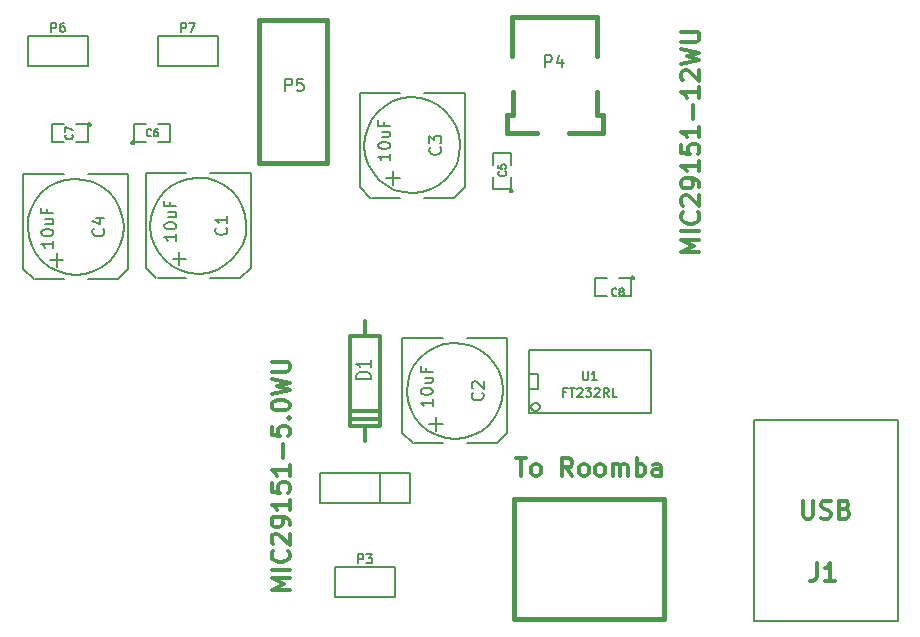
<source format=gto>
G04 (created by PCBNEW-RS274X (2011-nov-30)-testing) date Sat 05 May 2012 08:26:57 PM EDT*
G01*
G70*
G90*
%MOIN*%
G04 Gerber Fmt 3.4, Leading zero omitted, Abs format*
%FSLAX34Y34*%
G04 APERTURE LIST*
%ADD10C,0.006000*%
%ADD11C,0.015000*%
%ADD12C,0.005000*%
%ADD13C,0.012000*%
%ADD14C,0.008000*%
%ADD15C,0.006200*%
G04 APERTURE END LIST*
G54D10*
G54D11*
X08661Y15158D02*
X10944Y15158D01*
X08661Y15197D02*
X08661Y19921D01*
X08661Y19921D02*
X10944Y19921D01*
X10944Y19921D02*
X10944Y15158D01*
X08661Y18937D02*
X08661Y15984D01*
X10944Y15158D02*
X10944Y19843D01*
X10945Y15945D02*
X10945Y19370D01*
G54D12*
X25159Y-00113D02*
X29959Y-00113D01*
X29959Y-00113D02*
X29959Y06587D01*
X29959Y06587D02*
X25159Y06587D01*
X25159Y06587D02*
X25159Y-00113D01*
X18027Y07024D02*
X18024Y06997D01*
X18016Y06971D01*
X18003Y06946D01*
X17986Y06925D01*
X17964Y06908D01*
X17940Y06895D01*
X17914Y06886D01*
X17886Y06884D01*
X17860Y06886D01*
X17834Y06894D01*
X17809Y06907D01*
X17788Y06924D01*
X17770Y06945D01*
X17757Y06969D01*
X17749Y06995D01*
X17746Y07023D01*
X17748Y07049D01*
X17755Y07075D01*
X17768Y07100D01*
X17785Y07121D01*
X17806Y07139D01*
X17830Y07153D01*
X17856Y07161D01*
X17884Y07164D01*
X17910Y07162D01*
X17936Y07155D01*
X17961Y07143D01*
X17983Y07126D01*
X18001Y07105D01*
X18014Y07081D01*
X18023Y07055D01*
X18026Y07027D01*
X18027Y07024D01*
X17686Y08124D02*
X17986Y08124D01*
X17986Y08124D02*
X17986Y07624D01*
X17986Y07624D02*
X17686Y07624D01*
X21736Y06824D02*
X17686Y06824D01*
X17686Y08924D02*
X21736Y08924D01*
X17686Y08924D02*
X17686Y06824D01*
X21736Y08924D02*
X21736Y06824D01*
X17122Y14231D02*
X17121Y14222D01*
X17118Y14212D01*
X17113Y14204D01*
X17107Y14196D01*
X17099Y14190D01*
X17091Y14185D01*
X17082Y14183D01*
X17072Y14182D01*
X17063Y14182D01*
X17054Y14185D01*
X17045Y14190D01*
X17038Y14196D01*
X17031Y14203D01*
X17027Y14212D01*
X17024Y14221D01*
X17023Y14231D01*
X17023Y14240D01*
X17026Y14249D01*
X17030Y14258D01*
X17037Y14265D01*
X17044Y14272D01*
X17052Y14276D01*
X17062Y14279D01*
X17071Y14280D01*
X17080Y14280D01*
X17090Y14277D01*
X17098Y14273D01*
X17106Y14267D01*
X17112Y14259D01*
X17117Y14251D01*
X17120Y14242D01*
X17121Y14232D01*
X17122Y14231D01*
X17072Y14681D02*
X17072Y14281D01*
X17072Y14281D02*
X16472Y14281D01*
X16472Y14281D02*
X16472Y14681D01*
X16472Y15081D02*
X16472Y15481D01*
X16472Y15481D02*
X17072Y15481D01*
X17072Y15481D02*
X17072Y15081D01*
X04518Y15842D02*
X04517Y15833D01*
X04514Y15823D01*
X04509Y15815D01*
X04503Y15807D01*
X04495Y15801D01*
X04487Y15796D01*
X04478Y15794D01*
X04468Y15793D01*
X04459Y15793D01*
X04450Y15796D01*
X04441Y15801D01*
X04434Y15807D01*
X04427Y15814D01*
X04423Y15823D01*
X04420Y15832D01*
X04419Y15842D01*
X04419Y15851D01*
X04422Y15860D01*
X04426Y15869D01*
X04433Y15876D01*
X04440Y15883D01*
X04448Y15887D01*
X04458Y15890D01*
X04467Y15891D01*
X04476Y15891D01*
X04486Y15888D01*
X04494Y15884D01*
X04502Y15878D01*
X04508Y15870D01*
X04513Y15862D01*
X04516Y15853D01*
X04517Y15843D01*
X04518Y15842D01*
X04918Y15842D02*
X04518Y15842D01*
X04518Y15842D02*
X04518Y16442D01*
X04518Y16442D02*
X04918Y16442D01*
X05318Y16442D02*
X05718Y16442D01*
X05718Y16442D02*
X05718Y15842D01*
X05718Y15842D02*
X05318Y15842D01*
X03062Y16442D02*
X03061Y16433D01*
X03058Y16423D01*
X03053Y16415D01*
X03047Y16407D01*
X03039Y16401D01*
X03031Y16396D01*
X03022Y16394D01*
X03012Y16393D01*
X03003Y16393D01*
X02994Y16396D01*
X02985Y16401D01*
X02978Y16407D01*
X02971Y16414D01*
X02967Y16423D01*
X02964Y16432D01*
X02963Y16442D01*
X02963Y16451D01*
X02966Y16460D01*
X02970Y16469D01*
X02977Y16476D01*
X02984Y16483D01*
X02992Y16487D01*
X03002Y16490D01*
X03011Y16491D01*
X03020Y16491D01*
X03030Y16488D01*
X03038Y16484D01*
X03046Y16478D01*
X03052Y16470D01*
X03057Y16462D01*
X03060Y16453D01*
X03061Y16443D01*
X03062Y16442D01*
X02562Y16442D02*
X02962Y16442D01*
X02962Y16442D02*
X02962Y15842D01*
X02962Y15842D02*
X02562Y15842D01*
X02162Y15842D02*
X01762Y15842D01*
X01762Y15842D02*
X01762Y16442D01*
X01762Y16442D02*
X02162Y16442D01*
X21172Y11324D02*
X21171Y11315D01*
X21168Y11305D01*
X21163Y11297D01*
X21157Y11289D01*
X21149Y11283D01*
X21141Y11278D01*
X21132Y11276D01*
X21122Y11275D01*
X21113Y11275D01*
X21104Y11278D01*
X21095Y11283D01*
X21088Y11289D01*
X21081Y11296D01*
X21077Y11305D01*
X21074Y11314D01*
X21073Y11324D01*
X21073Y11333D01*
X21076Y11342D01*
X21080Y11351D01*
X21087Y11358D01*
X21094Y11365D01*
X21102Y11369D01*
X21112Y11372D01*
X21121Y11373D01*
X21130Y11373D01*
X21140Y11370D01*
X21148Y11366D01*
X21156Y11360D01*
X21162Y11352D01*
X21167Y11344D01*
X21170Y11335D01*
X21171Y11325D01*
X21172Y11324D01*
X20672Y11324D02*
X21072Y11324D01*
X21072Y11324D02*
X21072Y10724D01*
X21072Y10724D02*
X20672Y10724D01*
X20272Y10724D02*
X19872Y10724D01*
X19872Y10724D02*
X19872Y11324D01*
X19872Y11324D02*
X20272Y11324D01*
G54D10*
X13705Y04830D02*
X13705Y03830D01*
X13705Y03830D02*
X10705Y03830D01*
X10705Y03830D02*
X10705Y04830D01*
X10705Y04830D02*
X13705Y04830D01*
X12705Y03830D02*
X12705Y04830D01*
X05299Y18398D02*
X05299Y19398D01*
X05299Y19398D02*
X07299Y19398D01*
X07299Y19398D02*
X07299Y18398D01*
X07299Y18398D02*
X05299Y18398D01*
X00968Y18398D02*
X00968Y19398D01*
X00968Y19398D02*
X02968Y19398D01*
X02968Y19398D02*
X02968Y18398D01*
X02968Y18398D02*
X00968Y18398D01*
X11205Y00681D02*
X11205Y01681D01*
X11205Y01681D02*
X13205Y01681D01*
X13205Y01681D02*
X13205Y00681D01*
X13205Y00681D02*
X11205Y00681D01*
G54D11*
X17185Y01468D02*
X17185Y03968D01*
X17185Y03968D02*
X22185Y03968D01*
X22185Y03968D02*
X22185Y-00032D01*
X22185Y-00032D02*
X17185Y-00032D01*
X17185Y-00032D02*
X17185Y01468D01*
G54D13*
X12705Y09374D02*
X12705Y06374D01*
X12705Y06374D02*
X11705Y06374D01*
X11705Y06374D02*
X11705Y09374D01*
X11705Y09374D02*
X12705Y09374D01*
X12705Y06624D02*
X11705Y06624D01*
X11705Y06874D02*
X12705Y06874D01*
X12205Y09374D02*
X12205Y09874D01*
X12205Y06374D02*
X12205Y05874D01*
G54D11*
X19004Y16160D02*
X20154Y16160D01*
X20154Y16160D02*
X20154Y16760D01*
X20154Y16760D02*
X19954Y16760D01*
X19954Y16760D02*
X19954Y17510D01*
X17154Y16760D02*
X17154Y17510D01*
X17154Y16760D02*
X16954Y16760D01*
X16954Y16760D02*
X16954Y16160D01*
X16954Y16160D02*
X17954Y16160D01*
X17104Y18710D02*
X17104Y20010D01*
X17104Y20010D02*
X19954Y20010D01*
X19954Y20010D02*
X19954Y18710D01*
G54D14*
X12429Y13998D02*
X13379Y13998D01*
X15179Y13998D02*
X14179Y13998D01*
X15529Y17498D02*
X14179Y17498D01*
X12029Y17498D02*
X13379Y17498D01*
X12029Y15748D02*
X12029Y17498D01*
X15529Y17498D02*
X15529Y14348D01*
X15529Y14348D02*
X15179Y13998D01*
X12379Y13998D02*
X12029Y14348D01*
X12029Y14348D02*
X12029Y15748D01*
X15379Y15748D02*
X15348Y15438D01*
X15258Y15139D01*
X15111Y14863D01*
X14914Y14621D01*
X14673Y14422D01*
X14399Y14274D01*
X14100Y14181D01*
X13790Y14149D01*
X13480Y14177D01*
X13180Y14265D01*
X12903Y14410D01*
X12660Y14605D01*
X12459Y14845D01*
X12309Y15118D01*
X12214Y15416D01*
X12180Y15726D01*
X12206Y16036D01*
X12292Y16336D01*
X12435Y16614D01*
X12629Y16859D01*
X12866Y17061D01*
X13139Y17214D01*
X13436Y17310D01*
X13746Y17347D01*
X14056Y17323D01*
X14357Y17239D01*
X14636Y17098D01*
X14882Y16906D01*
X15086Y16670D01*
X15240Y16398D01*
X15339Y16102D01*
X15378Y15792D01*
X15379Y15748D01*
X13847Y05809D02*
X14797Y05809D01*
X16597Y05809D02*
X15597Y05809D01*
X16947Y09309D02*
X15597Y09309D01*
X13447Y09309D02*
X14797Y09309D01*
X13447Y07559D02*
X13447Y09309D01*
X16947Y09309D02*
X16947Y06159D01*
X16947Y06159D02*
X16597Y05809D01*
X13797Y05809D02*
X13447Y06159D01*
X13447Y06159D02*
X13447Y07559D01*
X16797Y07559D02*
X16766Y07249D01*
X16676Y06950D01*
X16529Y06674D01*
X16332Y06432D01*
X16091Y06233D01*
X15817Y06085D01*
X15518Y05992D01*
X15208Y05960D01*
X14898Y05988D01*
X14598Y06076D01*
X14321Y06221D01*
X14078Y06416D01*
X13877Y06656D01*
X13727Y06929D01*
X13632Y07227D01*
X13598Y07537D01*
X13624Y07847D01*
X13710Y08147D01*
X13853Y08425D01*
X14047Y08670D01*
X14284Y08872D01*
X14557Y09025D01*
X14854Y09121D01*
X15164Y09158D01*
X15474Y09134D01*
X15775Y09050D01*
X16054Y08909D01*
X16300Y08717D01*
X16504Y08481D01*
X16658Y08209D01*
X16757Y07913D01*
X16796Y07603D01*
X16797Y07559D01*
X05303Y11321D02*
X06253Y11321D01*
X08053Y11321D02*
X07053Y11321D01*
X08403Y14821D02*
X07053Y14821D01*
X04903Y14821D02*
X06253Y14821D01*
X04903Y13071D02*
X04903Y14821D01*
X08403Y14821D02*
X08403Y11671D01*
X08403Y11671D02*
X08053Y11321D01*
X05253Y11321D02*
X04903Y11671D01*
X04903Y11671D02*
X04903Y13071D01*
X08253Y13071D02*
X08222Y12761D01*
X08132Y12462D01*
X07985Y12186D01*
X07788Y11944D01*
X07547Y11745D01*
X07273Y11597D01*
X06974Y11504D01*
X06664Y11472D01*
X06354Y11500D01*
X06054Y11588D01*
X05777Y11733D01*
X05534Y11928D01*
X05333Y12168D01*
X05183Y12441D01*
X05088Y12739D01*
X05054Y13049D01*
X05080Y13359D01*
X05166Y13659D01*
X05309Y13937D01*
X05503Y14182D01*
X05740Y14384D01*
X06013Y14537D01*
X06310Y14633D01*
X06620Y14670D01*
X06930Y14646D01*
X07231Y14562D01*
X07510Y14421D01*
X07756Y14229D01*
X07960Y13993D01*
X08114Y13721D01*
X08213Y13425D01*
X08252Y13115D01*
X08253Y13071D01*
X01209Y11281D02*
X02159Y11281D01*
X03959Y11281D02*
X02959Y11281D01*
X04309Y14781D02*
X02959Y14781D01*
X00809Y14781D02*
X02159Y14781D01*
X00809Y13031D02*
X00809Y14781D01*
X04309Y14781D02*
X04309Y11631D01*
X04309Y11631D02*
X03959Y11281D01*
X01159Y11281D02*
X00809Y11631D01*
X00809Y11631D02*
X00809Y13031D01*
X04159Y13031D02*
X04128Y12721D01*
X04038Y12422D01*
X03891Y12146D01*
X03694Y11904D01*
X03453Y11705D01*
X03179Y11557D01*
X02880Y11464D01*
X02570Y11432D01*
X02260Y11460D01*
X01960Y11548D01*
X01683Y11693D01*
X01440Y11888D01*
X01239Y12128D01*
X01089Y12401D01*
X00994Y12699D01*
X00960Y13009D01*
X00986Y13319D01*
X01072Y13619D01*
X01215Y13897D01*
X01409Y14142D01*
X01646Y14344D01*
X01919Y14497D01*
X02216Y14593D01*
X02526Y14630D01*
X02836Y14606D01*
X03137Y14522D01*
X03416Y14381D01*
X03662Y14189D01*
X03866Y13953D01*
X04020Y13681D01*
X04119Y13385D01*
X04158Y13075D01*
X04159Y13031D01*
G54D12*
X09547Y17561D02*
X09547Y17961D01*
X09700Y17961D01*
X09738Y17942D01*
X09757Y17923D01*
X09776Y17885D01*
X09776Y17828D01*
X09757Y17790D01*
X09738Y17771D01*
X09700Y17752D01*
X09547Y17752D01*
X10138Y17961D02*
X09947Y17961D01*
X09928Y17771D01*
X09947Y17790D01*
X09985Y17809D01*
X10081Y17809D01*
X10119Y17790D01*
X10138Y17771D01*
X10157Y17733D01*
X10157Y17637D01*
X10138Y17599D01*
X10119Y17580D01*
X10081Y17561D01*
X09985Y17561D01*
X09947Y17580D01*
X09928Y17599D01*
G54D13*
X23353Y12196D02*
X22753Y12196D01*
X23181Y12396D01*
X22753Y12596D01*
X23353Y12596D01*
X23353Y12882D02*
X22753Y12882D01*
X23296Y13511D02*
X23324Y13482D01*
X23353Y13396D01*
X23353Y13339D01*
X23324Y13254D01*
X23267Y13196D01*
X23210Y13168D01*
X23096Y13139D01*
X23010Y13139D01*
X22896Y13168D01*
X22839Y13196D01*
X22781Y13254D01*
X22753Y13339D01*
X22753Y13396D01*
X22781Y13482D01*
X22810Y13511D01*
X22810Y13739D02*
X22781Y13768D01*
X22753Y13825D01*
X22753Y13968D01*
X22781Y14025D01*
X22810Y14054D01*
X22867Y14082D01*
X22924Y14082D01*
X23010Y14054D01*
X23353Y13711D01*
X23353Y14082D01*
X23353Y14367D02*
X23353Y14482D01*
X23324Y14539D01*
X23296Y14567D01*
X23210Y14625D01*
X23096Y14653D01*
X22867Y14653D01*
X22810Y14625D01*
X22781Y14596D01*
X22753Y14539D01*
X22753Y14425D01*
X22781Y14367D01*
X22810Y14339D01*
X22867Y14310D01*
X23010Y14310D01*
X23067Y14339D01*
X23096Y14367D01*
X23124Y14425D01*
X23124Y14539D01*
X23096Y14596D01*
X23067Y14625D01*
X23010Y14653D01*
X23353Y15224D02*
X23353Y14881D01*
X23353Y15053D02*
X22753Y15053D01*
X22839Y14996D01*
X22896Y14938D01*
X22924Y14881D01*
X22753Y15767D02*
X22753Y15481D01*
X23039Y15452D01*
X23010Y15481D01*
X22981Y15538D01*
X22981Y15681D01*
X23010Y15738D01*
X23039Y15767D01*
X23096Y15795D01*
X23239Y15795D01*
X23296Y15767D01*
X23324Y15738D01*
X23353Y15681D01*
X23353Y15538D01*
X23324Y15481D01*
X23296Y15452D01*
X23353Y16366D02*
X23353Y16023D01*
X23353Y16195D02*
X22753Y16195D01*
X22839Y16138D01*
X22896Y16080D01*
X22924Y16023D01*
X23124Y16623D02*
X23124Y17080D01*
X23353Y17680D02*
X23353Y17337D01*
X23353Y17509D02*
X22753Y17509D01*
X22839Y17452D01*
X22896Y17394D01*
X22924Y17337D01*
X22810Y17908D02*
X22781Y17937D01*
X22753Y17994D01*
X22753Y18137D01*
X22781Y18194D01*
X22810Y18223D01*
X22867Y18251D01*
X22924Y18251D01*
X23010Y18223D01*
X23353Y17880D01*
X23353Y18251D01*
X22753Y18451D02*
X23353Y18594D01*
X22924Y18708D01*
X23353Y18822D01*
X22753Y18965D01*
X22753Y19194D02*
X23239Y19194D01*
X23296Y19222D01*
X23324Y19251D01*
X23353Y19308D01*
X23353Y19422D01*
X23324Y19480D01*
X23296Y19508D01*
X23239Y19537D01*
X22753Y19537D01*
X09692Y00911D02*
X09092Y00911D01*
X09520Y01111D01*
X09092Y01311D01*
X09692Y01311D01*
X09692Y01597D02*
X09092Y01597D01*
X09635Y02226D02*
X09663Y02197D01*
X09692Y02111D01*
X09692Y02054D01*
X09663Y01969D01*
X09606Y01911D01*
X09549Y01883D01*
X09435Y01854D01*
X09349Y01854D01*
X09235Y01883D01*
X09178Y01911D01*
X09120Y01969D01*
X09092Y02054D01*
X09092Y02111D01*
X09120Y02197D01*
X09149Y02226D01*
X09149Y02454D02*
X09120Y02483D01*
X09092Y02540D01*
X09092Y02683D01*
X09120Y02740D01*
X09149Y02769D01*
X09206Y02797D01*
X09263Y02797D01*
X09349Y02769D01*
X09692Y02426D01*
X09692Y02797D01*
X09692Y03082D02*
X09692Y03197D01*
X09663Y03254D01*
X09635Y03282D01*
X09549Y03340D01*
X09435Y03368D01*
X09206Y03368D01*
X09149Y03340D01*
X09120Y03311D01*
X09092Y03254D01*
X09092Y03140D01*
X09120Y03082D01*
X09149Y03054D01*
X09206Y03025D01*
X09349Y03025D01*
X09406Y03054D01*
X09435Y03082D01*
X09463Y03140D01*
X09463Y03254D01*
X09435Y03311D01*
X09406Y03340D01*
X09349Y03368D01*
X09692Y03939D02*
X09692Y03596D01*
X09692Y03768D02*
X09092Y03768D01*
X09178Y03711D01*
X09235Y03653D01*
X09263Y03596D01*
X09092Y04482D02*
X09092Y04196D01*
X09378Y04167D01*
X09349Y04196D01*
X09320Y04253D01*
X09320Y04396D01*
X09349Y04453D01*
X09378Y04482D01*
X09435Y04510D01*
X09578Y04510D01*
X09635Y04482D01*
X09663Y04453D01*
X09692Y04396D01*
X09692Y04253D01*
X09663Y04196D01*
X09635Y04167D01*
X09692Y05081D02*
X09692Y04738D01*
X09692Y04910D02*
X09092Y04910D01*
X09178Y04853D01*
X09235Y04795D01*
X09263Y04738D01*
X09463Y05338D02*
X09463Y05795D01*
X09092Y06367D02*
X09092Y06081D01*
X09378Y06052D01*
X09349Y06081D01*
X09320Y06138D01*
X09320Y06281D01*
X09349Y06338D01*
X09378Y06367D01*
X09435Y06395D01*
X09578Y06395D01*
X09635Y06367D01*
X09663Y06338D01*
X09692Y06281D01*
X09692Y06138D01*
X09663Y06081D01*
X09635Y06052D01*
X09635Y06652D02*
X09663Y06680D01*
X09692Y06652D01*
X09663Y06623D01*
X09635Y06652D01*
X09692Y06652D01*
X09092Y07052D02*
X09092Y07109D01*
X09120Y07166D01*
X09149Y07195D01*
X09206Y07224D01*
X09320Y07252D01*
X09463Y07252D01*
X09578Y07224D01*
X09635Y07195D01*
X09663Y07166D01*
X09692Y07109D01*
X09692Y07052D01*
X09663Y06995D01*
X09635Y06966D01*
X09578Y06938D01*
X09463Y06909D01*
X09320Y06909D01*
X09206Y06938D01*
X09149Y06966D01*
X09120Y06995D01*
X09092Y07052D01*
X09092Y07452D02*
X09692Y07595D01*
X09263Y07709D01*
X09692Y07823D01*
X09092Y07966D01*
X09092Y08195D02*
X09578Y08195D01*
X09635Y08223D01*
X09663Y08252D01*
X09692Y08309D01*
X09692Y08423D01*
X09663Y08481D01*
X09635Y08509D01*
X09578Y08538D01*
X09092Y08538D01*
X27280Y01814D02*
X27280Y01386D01*
X27252Y01300D01*
X27195Y01243D01*
X27109Y01214D01*
X27052Y01214D01*
X27880Y01214D02*
X27537Y01214D01*
X27709Y01214D02*
X27709Y01814D01*
X27652Y01728D01*
X27594Y01671D01*
X27537Y01643D01*
X26802Y03901D02*
X26802Y03415D01*
X26830Y03358D01*
X26859Y03330D01*
X26916Y03301D01*
X27030Y03301D01*
X27088Y03330D01*
X27116Y03358D01*
X27145Y03415D01*
X27145Y03901D01*
X27402Y03330D02*
X27488Y03301D01*
X27631Y03301D01*
X27688Y03330D01*
X27717Y03358D01*
X27745Y03415D01*
X27745Y03473D01*
X27717Y03530D01*
X27688Y03558D01*
X27631Y03587D01*
X27517Y03615D01*
X27459Y03644D01*
X27431Y03673D01*
X27402Y03730D01*
X27402Y03787D01*
X27431Y03844D01*
X27459Y03873D01*
X27517Y03901D01*
X27659Y03901D01*
X27745Y03873D01*
X28202Y03615D02*
X28288Y03587D01*
X28316Y03558D01*
X28345Y03501D01*
X28345Y03415D01*
X28316Y03358D01*
X28288Y03330D01*
X28230Y03301D01*
X28002Y03301D01*
X28002Y03901D01*
X28202Y03901D01*
X28259Y03873D01*
X28288Y03844D01*
X28316Y03787D01*
X28316Y03730D01*
X28288Y03673D01*
X28259Y03644D01*
X28202Y03615D01*
X28002Y03615D01*
G54D12*
X19464Y08222D02*
X19464Y07979D01*
X19479Y07950D01*
X19493Y07936D01*
X19522Y07922D01*
X19579Y07922D01*
X19607Y07936D01*
X19622Y07950D01*
X19636Y07979D01*
X19636Y08222D01*
X19936Y07922D02*
X19764Y07922D01*
X19850Y07922D02*
X19850Y08222D01*
X19821Y08179D01*
X19793Y08150D01*
X19764Y08136D01*
X18914Y07516D02*
X18814Y07516D01*
X18814Y07359D02*
X18814Y07659D01*
X18957Y07659D01*
X19029Y07659D02*
X19200Y07659D01*
X19114Y07359D02*
X19114Y07659D01*
X19286Y07630D02*
X19300Y07644D01*
X19329Y07659D01*
X19400Y07659D01*
X19429Y07644D01*
X19443Y07630D01*
X19458Y07601D01*
X19458Y07573D01*
X19443Y07530D01*
X19272Y07359D01*
X19458Y07359D01*
X19558Y07659D02*
X19744Y07659D01*
X19644Y07544D01*
X19686Y07544D01*
X19715Y07530D01*
X19729Y07516D01*
X19744Y07487D01*
X19744Y07416D01*
X19729Y07387D01*
X19715Y07373D01*
X19686Y07359D01*
X19601Y07359D01*
X19572Y07373D01*
X19558Y07387D01*
X19858Y07630D02*
X19872Y07644D01*
X19901Y07659D01*
X19972Y07659D01*
X20001Y07644D01*
X20015Y07630D01*
X20030Y07601D01*
X20030Y07573D01*
X20015Y07530D01*
X19844Y07359D01*
X20030Y07359D01*
X20330Y07359D02*
X20230Y07501D01*
X20158Y07359D02*
X20158Y07659D01*
X20273Y07659D01*
X20301Y07644D01*
X20316Y07630D01*
X20330Y07601D01*
X20330Y07559D01*
X20316Y07530D01*
X20301Y07516D01*
X20273Y07501D01*
X20158Y07501D01*
X20601Y07359D02*
X20458Y07359D01*
X20458Y07659D01*
X16881Y14875D02*
X16893Y14863D01*
X16905Y14828D01*
X16905Y14804D01*
X16893Y14768D01*
X16869Y14744D01*
X16846Y14733D01*
X16798Y14721D01*
X16762Y14721D01*
X16715Y14733D01*
X16691Y14744D01*
X16667Y14768D01*
X16655Y14804D01*
X16655Y14828D01*
X16667Y14863D01*
X16679Y14875D01*
X16655Y15102D02*
X16655Y14983D01*
X16774Y14971D01*
X16762Y14983D01*
X16750Y15006D01*
X16750Y15066D01*
X16762Y15090D01*
X16774Y15102D01*
X16798Y15113D01*
X16858Y15113D01*
X16881Y15102D01*
X16893Y15090D01*
X16905Y15066D01*
X16905Y15006D01*
X16893Y14983D01*
X16881Y14971D01*
X05076Y16065D02*
X05064Y16053D01*
X05029Y16041D01*
X05005Y16041D01*
X04969Y16053D01*
X04945Y16077D01*
X04934Y16100D01*
X04922Y16148D01*
X04922Y16184D01*
X04934Y16231D01*
X04945Y16255D01*
X04969Y16279D01*
X05005Y16291D01*
X05029Y16291D01*
X05064Y16279D01*
X05076Y16267D01*
X05291Y16291D02*
X05243Y16291D01*
X05219Y16279D01*
X05207Y16267D01*
X05184Y16231D01*
X05172Y16184D01*
X05172Y16088D01*
X05184Y16065D01*
X05195Y16053D01*
X05219Y16041D01*
X05267Y16041D01*
X05291Y16053D01*
X05303Y16065D01*
X05314Y16088D01*
X05314Y16148D01*
X05303Y16172D01*
X05291Y16184D01*
X05267Y16196D01*
X05219Y16196D01*
X05195Y16184D01*
X05184Y16172D01*
X05172Y16148D01*
X02439Y16100D02*
X02451Y16088D01*
X02463Y16053D01*
X02463Y16029D01*
X02451Y15993D01*
X02427Y15969D01*
X02404Y15958D01*
X02356Y15946D01*
X02320Y15946D01*
X02273Y15958D01*
X02249Y15969D01*
X02225Y15993D01*
X02213Y16029D01*
X02213Y16053D01*
X02225Y16088D01*
X02237Y16100D01*
X02213Y16184D02*
X02213Y16350D01*
X02463Y16243D01*
X20587Y10750D02*
X20575Y10738D01*
X20540Y10726D01*
X20516Y10726D01*
X20480Y10738D01*
X20456Y10762D01*
X20445Y10785D01*
X20433Y10833D01*
X20433Y10869D01*
X20445Y10916D01*
X20456Y10940D01*
X20480Y10964D01*
X20516Y10976D01*
X20540Y10976D01*
X20575Y10964D01*
X20587Y10952D01*
X20730Y10869D02*
X20706Y10881D01*
X20695Y10892D01*
X20683Y10916D01*
X20683Y10928D01*
X20695Y10952D01*
X20706Y10964D01*
X20730Y10976D01*
X20778Y10976D01*
X20802Y10964D01*
X20814Y10952D01*
X20825Y10928D01*
X20825Y10916D01*
X20814Y10892D01*
X20802Y10881D01*
X20778Y10869D01*
X20730Y10869D01*
X20706Y10857D01*
X20695Y10845D01*
X20683Y10821D01*
X20683Y10773D01*
X20695Y10750D01*
X20706Y10738D01*
X20730Y10726D01*
X20778Y10726D01*
X20802Y10738D01*
X20814Y10750D01*
X20825Y10773D01*
X20825Y10821D01*
X20814Y10845D01*
X20802Y10857D01*
X20778Y10869D01*
G54D10*
X06077Y19527D02*
X06077Y19827D01*
X06192Y19827D01*
X06220Y19812D01*
X06235Y19798D01*
X06249Y19769D01*
X06249Y19727D01*
X06235Y19698D01*
X06220Y19684D01*
X06192Y19669D01*
X06077Y19669D01*
X06349Y19827D02*
X06549Y19827D01*
X06420Y19527D01*
X01746Y19527D02*
X01746Y19827D01*
X01861Y19827D01*
X01889Y19812D01*
X01904Y19798D01*
X01918Y19769D01*
X01918Y19727D01*
X01904Y19698D01*
X01889Y19684D01*
X01861Y19669D01*
X01746Y19669D01*
X02175Y19827D02*
X02118Y19827D01*
X02089Y19812D01*
X02075Y19798D01*
X02046Y19755D01*
X02032Y19698D01*
X02032Y19584D01*
X02046Y19555D01*
X02061Y19541D01*
X02089Y19527D01*
X02146Y19527D01*
X02175Y19541D01*
X02189Y19555D01*
X02204Y19584D01*
X02204Y19655D01*
X02189Y19684D01*
X02175Y19698D01*
X02146Y19712D01*
X02089Y19712D01*
X02061Y19698D01*
X02046Y19684D01*
X02032Y19655D01*
X11983Y01810D02*
X11983Y02110D01*
X12098Y02110D01*
X12126Y02095D01*
X12141Y02081D01*
X12155Y02052D01*
X12155Y02010D01*
X12141Y01981D01*
X12126Y01967D01*
X12098Y01952D01*
X11983Y01952D01*
X12255Y02110D02*
X12441Y02110D01*
X12341Y01995D01*
X12383Y01995D01*
X12412Y01981D01*
X12426Y01967D01*
X12441Y01938D01*
X12441Y01867D01*
X12426Y01838D01*
X12412Y01824D01*
X12383Y01810D01*
X12298Y01810D01*
X12269Y01824D01*
X12255Y01838D01*
G54D13*
X17228Y05325D02*
X17571Y05325D01*
X17400Y04725D02*
X17400Y05325D01*
X17857Y04725D02*
X17799Y04754D01*
X17771Y04782D01*
X17742Y04839D01*
X17742Y05011D01*
X17771Y05068D01*
X17799Y05097D01*
X17857Y05125D01*
X17942Y05125D01*
X17999Y05097D01*
X18028Y05068D01*
X18057Y05011D01*
X18057Y04839D01*
X18028Y04782D01*
X17999Y04754D01*
X17942Y04725D01*
X17857Y04725D01*
X19114Y04725D02*
X18914Y05011D01*
X18771Y04725D02*
X18771Y05325D01*
X18999Y05325D01*
X19057Y05297D01*
X19085Y05268D01*
X19114Y05211D01*
X19114Y05125D01*
X19085Y05068D01*
X19057Y05039D01*
X18999Y05011D01*
X18771Y05011D01*
X19457Y04725D02*
X19399Y04754D01*
X19371Y04782D01*
X19342Y04839D01*
X19342Y05011D01*
X19371Y05068D01*
X19399Y05097D01*
X19457Y05125D01*
X19542Y05125D01*
X19599Y05097D01*
X19628Y05068D01*
X19657Y05011D01*
X19657Y04839D01*
X19628Y04782D01*
X19599Y04754D01*
X19542Y04725D01*
X19457Y04725D01*
X20000Y04725D02*
X19942Y04754D01*
X19914Y04782D01*
X19885Y04839D01*
X19885Y05011D01*
X19914Y05068D01*
X19942Y05097D01*
X20000Y05125D01*
X20085Y05125D01*
X20142Y05097D01*
X20171Y05068D01*
X20200Y05011D01*
X20200Y04839D01*
X20171Y04782D01*
X20142Y04754D01*
X20085Y04725D01*
X20000Y04725D01*
X20457Y04725D02*
X20457Y05125D01*
X20457Y05068D02*
X20485Y05097D01*
X20543Y05125D01*
X20628Y05125D01*
X20685Y05097D01*
X20714Y05039D01*
X20714Y04725D01*
X20714Y05039D02*
X20743Y05097D01*
X20800Y05125D01*
X20885Y05125D01*
X20943Y05097D01*
X20971Y05039D01*
X20971Y04725D01*
X21257Y04725D02*
X21257Y05325D01*
X21257Y05097D02*
X21314Y05125D01*
X21428Y05125D01*
X21485Y05097D01*
X21514Y05068D01*
X21543Y05011D01*
X21543Y04839D01*
X21514Y04782D01*
X21485Y04754D01*
X21428Y04725D01*
X21314Y04725D01*
X21257Y04754D01*
X22057Y04725D02*
X22057Y05039D01*
X22028Y05097D01*
X21971Y05125D01*
X21857Y05125D01*
X21800Y05097D01*
X22057Y04754D02*
X22000Y04725D01*
X21857Y04725D01*
X21800Y04754D01*
X21771Y04811D01*
X21771Y04868D01*
X21800Y04925D01*
X21857Y04954D01*
X22000Y04954D01*
X22057Y04982D01*
G54D14*
X12407Y07972D02*
X11907Y07972D01*
X11907Y08067D01*
X11931Y08125D01*
X11979Y08163D01*
X12026Y08182D01*
X12122Y08201D01*
X12193Y08201D01*
X12288Y08182D01*
X12336Y08163D01*
X12384Y08125D01*
X12407Y08067D01*
X12407Y07972D01*
X12407Y08582D02*
X12407Y08353D01*
X12407Y08467D02*
X11907Y08467D01*
X11979Y08429D01*
X12026Y08391D01*
X12050Y08353D01*
G54D12*
X18209Y18348D02*
X18209Y18748D01*
X18362Y18748D01*
X18400Y18729D01*
X18419Y18710D01*
X18438Y18672D01*
X18438Y18615D01*
X18419Y18577D01*
X18400Y18558D01*
X18362Y18539D01*
X18209Y18539D01*
X18781Y18615D02*
X18781Y18348D01*
X18685Y18767D02*
X18590Y18481D01*
X18838Y18481D01*
G54D13*
G54D15*
X14703Y15682D02*
X14722Y15663D01*
X14741Y15606D01*
X14741Y15568D01*
X14722Y15510D01*
X14684Y15472D01*
X14646Y15453D01*
X14569Y15434D01*
X14512Y15434D01*
X14436Y15453D01*
X14398Y15472D01*
X14360Y15510D01*
X14341Y15568D01*
X14341Y15606D01*
X14360Y15663D01*
X14379Y15682D01*
X14341Y15815D02*
X14341Y16063D01*
X14493Y15929D01*
X14493Y15987D01*
X14512Y16025D01*
X14531Y16044D01*
X14569Y16063D01*
X14665Y16063D01*
X14703Y16044D01*
X14722Y16025D01*
X14741Y15987D01*
X14741Y15872D01*
X14722Y15834D01*
X14703Y15815D01*
X13041Y15470D02*
X13041Y15241D01*
X13041Y15355D02*
X12641Y15355D01*
X12698Y15317D01*
X12736Y15279D01*
X12755Y15241D01*
X12641Y15717D02*
X12641Y15756D01*
X12660Y15794D01*
X12679Y15813D01*
X12717Y15832D01*
X12793Y15851D01*
X12889Y15851D01*
X12965Y15832D01*
X13003Y15813D01*
X13022Y15794D01*
X13041Y15756D01*
X13041Y15717D01*
X13022Y15679D01*
X13003Y15660D01*
X12965Y15641D01*
X12889Y15622D01*
X12793Y15622D01*
X12717Y15641D01*
X12679Y15660D01*
X12660Y15679D01*
X12641Y15717D01*
X12774Y16194D02*
X13041Y16194D01*
X12774Y16022D02*
X12984Y16022D01*
X13022Y16041D01*
X13041Y16079D01*
X13041Y16137D01*
X13022Y16175D01*
X13003Y16194D01*
X12831Y16518D02*
X12831Y16384D01*
X13041Y16384D02*
X12641Y16384D01*
X12641Y16575D01*
G54D14*
X13143Y14420D02*
X13143Y14877D01*
X13372Y14648D02*
X12915Y14648D01*
G54D15*
X16121Y07493D02*
X16140Y07474D01*
X16159Y07417D01*
X16159Y07379D01*
X16140Y07321D01*
X16102Y07283D01*
X16064Y07264D01*
X15987Y07245D01*
X15930Y07245D01*
X15854Y07264D01*
X15816Y07283D01*
X15778Y07321D01*
X15759Y07379D01*
X15759Y07417D01*
X15778Y07474D01*
X15797Y07493D01*
X15797Y07645D02*
X15778Y07664D01*
X15759Y07702D01*
X15759Y07798D01*
X15778Y07836D01*
X15797Y07855D01*
X15835Y07874D01*
X15873Y07874D01*
X15930Y07855D01*
X16159Y07626D01*
X16159Y07874D01*
X14459Y07281D02*
X14459Y07052D01*
X14459Y07166D02*
X14059Y07166D01*
X14116Y07128D01*
X14154Y07090D01*
X14173Y07052D01*
X14059Y07528D02*
X14059Y07567D01*
X14078Y07605D01*
X14097Y07624D01*
X14135Y07643D01*
X14211Y07662D01*
X14307Y07662D01*
X14383Y07643D01*
X14421Y07624D01*
X14440Y07605D01*
X14459Y07567D01*
X14459Y07528D01*
X14440Y07490D01*
X14421Y07471D01*
X14383Y07452D01*
X14307Y07433D01*
X14211Y07433D01*
X14135Y07452D01*
X14097Y07471D01*
X14078Y07490D01*
X14059Y07528D01*
X14192Y08005D02*
X14459Y08005D01*
X14192Y07833D02*
X14402Y07833D01*
X14440Y07852D01*
X14459Y07890D01*
X14459Y07948D01*
X14440Y07986D01*
X14421Y08005D01*
X14249Y08329D02*
X14249Y08195D01*
X14459Y08195D02*
X14059Y08195D01*
X14059Y08386D01*
G54D14*
X14561Y06231D02*
X14561Y06688D01*
X14790Y06459D02*
X14333Y06459D01*
G54D15*
X07577Y13005D02*
X07596Y12986D01*
X07615Y12929D01*
X07615Y12891D01*
X07596Y12833D01*
X07558Y12795D01*
X07520Y12776D01*
X07443Y12757D01*
X07386Y12757D01*
X07310Y12776D01*
X07272Y12795D01*
X07234Y12833D01*
X07215Y12891D01*
X07215Y12929D01*
X07234Y12986D01*
X07253Y13005D01*
X07615Y13386D02*
X07615Y13157D01*
X07615Y13271D02*
X07215Y13271D01*
X07272Y13233D01*
X07310Y13195D01*
X07329Y13157D01*
X05915Y12793D02*
X05915Y12564D01*
X05915Y12678D02*
X05515Y12678D01*
X05572Y12640D01*
X05610Y12602D01*
X05629Y12564D01*
X05515Y13040D02*
X05515Y13079D01*
X05534Y13117D01*
X05553Y13136D01*
X05591Y13155D01*
X05667Y13174D01*
X05763Y13174D01*
X05839Y13155D01*
X05877Y13136D01*
X05896Y13117D01*
X05915Y13079D01*
X05915Y13040D01*
X05896Y13002D01*
X05877Y12983D01*
X05839Y12964D01*
X05763Y12945D01*
X05667Y12945D01*
X05591Y12964D01*
X05553Y12983D01*
X05534Y13002D01*
X05515Y13040D01*
X05648Y13517D02*
X05915Y13517D01*
X05648Y13345D02*
X05858Y13345D01*
X05896Y13364D01*
X05915Y13402D01*
X05915Y13460D01*
X05896Y13498D01*
X05877Y13517D01*
X05705Y13841D02*
X05705Y13707D01*
X05915Y13707D02*
X05515Y13707D01*
X05515Y13898D01*
G54D14*
X06017Y11743D02*
X06017Y12200D01*
X06246Y11971D02*
X05789Y11971D01*
G54D15*
X03483Y12965D02*
X03502Y12946D01*
X03521Y12889D01*
X03521Y12851D01*
X03502Y12793D01*
X03464Y12755D01*
X03426Y12736D01*
X03349Y12717D01*
X03292Y12717D01*
X03216Y12736D01*
X03178Y12755D01*
X03140Y12793D01*
X03121Y12851D01*
X03121Y12889D01*
X03140Y12946D01*
X03159Y12965D01*
X03254Y13308D02*
X03521Y13308D01*
X03102Y13212D02*
X03388Y13117D01*
X03388Y13365D01*
X01815Y12564D02*
X01815Y12335D01*
X01815Y12449D02*
X01415Y12449D01*
X01472Y12411D01*
X01510Y12373D01*
X01529Y12335D01*
X01415Y12811D02*
X01415Y12850D01*
X01434Y12888D01*
X01453Y12907D01*
X01491Y12926D01*
X01567Y12945D01*
X01663Y12945D01*
X01739Y12926D01*
X01777Y12907D01*
X01796Y12888D01*
X01815Y12850D01*
X01815Y12811D01*
X01796Y12773D01*
X01777Y12754D01*
X01739Y12735D01*
X01663Y12716D01*
X01567Y12716D01*
X01491Y12735D01*
X01453Y12754D01*
X01434Y12773D01*
X01415Y12811D01*
X01548Y13288D02*
X01815Y13288D01*
X01548Y13116D02*
X01758Y13116D01*
X01796Y13135D01*
X01815Y13173D01*
X01815Y13231D01*
X01796Y13269D01*
X01777Y13288D01*
X01605Y13612D02*
X01605Y13478D01*
X01815Y13478D02*
X01415Y13478D01*
X01415Y13669D01*
G54D14*
X01923Y11703D02*
X01923Y12160D01*
X02152Y11931D02*
X01695Y11931D01*
M02*

</source>
